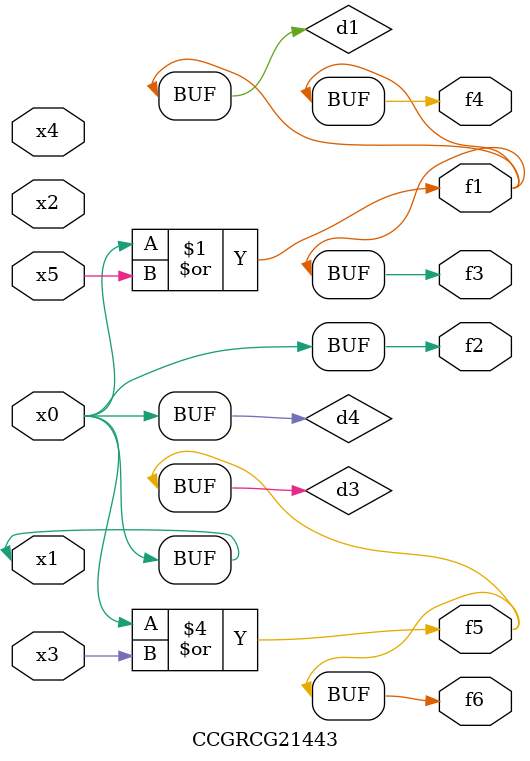
<source format=v>
module CCGRCG21443(
	input x0, x1, x2, x3, x4, x5,
	output f1, f2, f3, f4, f5, f6
);

	wire d1, d2, d3, d4;

	or (d1, x0, x5);
	xnor (d2, x1, x4);
	or (d3, x0, x3);
	buf (d4, x0, x1);
	assign f1 = d1;
	assign f2 = d4;
	assign f3 = d1;
	assign f4 = d1;
	assign f5 = d3;
	assign f6 = d3;
endmodule

</source>
